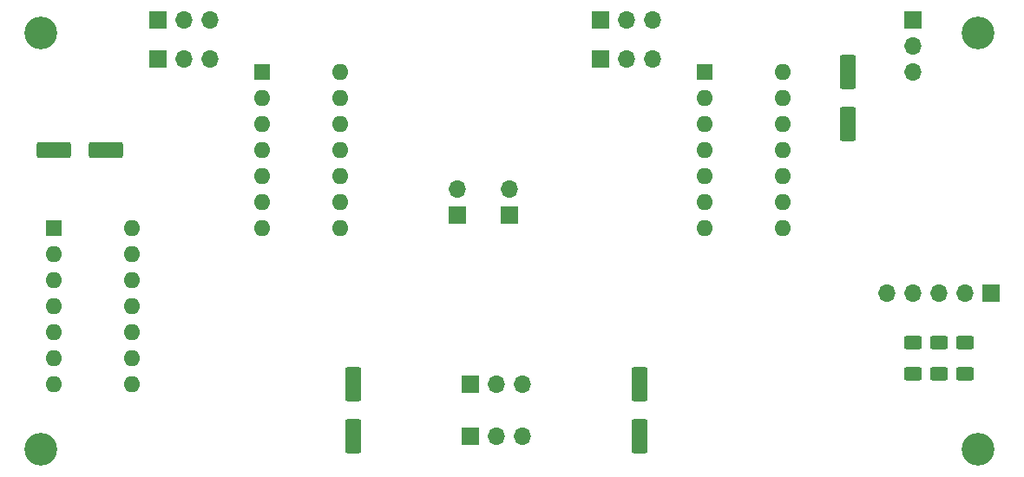
<source format=gbr>
%TF.GenerationSoftware,KiCad,Pcbnew,(6.0.10)*%
%TF.CreationDate,2023-04-08T13:29:21+03:00*%
%TF.ProjectId,DelSol_Modulator,44656c53-6f6c-45f4-9d6f-64756c61746f,rev?*%
%TF.SameCoordinates,Original*%
%TF.FileFunction,Soldermask,Top*%
%TF.FilePolarity,Negative*%
%FSLAX46Y46*%
G04 Gerber Fmt 4.6, Leading zero omitted, Abs format (unit mm)*
G04 Created by KiCad (PCBNEW (6.0.10)) date 2023-04-08 13:29:21*
%MOMM*%
%LPD*%
G01*
G04 APERTURE LIST*
G04 Aperture macros list*
%AMRoundRect*
0 Rectangle with rounded corners*
0 $1 Rounding radius*
0 $2 $3 $4 $5 $6 $7 $8 $9 X,Y pos of 4 corners*
0 Add a 4 corners polygon primitive as box body*
4,1,4,$2,$3,$4,$5,$6,$7,$8,$9,$2,$3,0*
0 Add four circle primitives for the rounded corners*
1,1,$1+$1,$2,$3*
1,1,$1+$1,$4,$5*
1,1,$1+$1,$6,$7*
1,1,$1+$1,$8,$9*
0 Add four rect primitives between the rounded corners*
20,1,$1+$1,$2,$3,$4,$5,0*
20,1,$1+$1,$4,$5,$6,$7,0*
20,1,$1+$1,$6,$7,$8,$9,0*
20,1,$1+$1,$8,$9,$2,$3,0*%
G04 Aperture macros list end*
%ADD10C,3.200000*%
%ADD11R,1.700000X1.700000*%
%ADD12O,1.700000X1.700000*%
%ADD13R,1.600000X1.600000*%
%ADD14O,1.600000X1.600000*%
%ADD15RoundRect,0.250000X0.625000X-0.400000X0.625000X0.400000X-0.625000X0.400000X-0.625000X-0.400000X0*%
%ADD16RoundRect,0.250000X0.550000X-1.412500X0.550000X1.412500X-0.550000X1.412500X-0.550000X-1.412500X0*%
%ADD17RoundRect,0.250000X-0.550000X1.412500X-0.550000X-1.412500X0.550000X-1.412500X0.550000X1.412500X0*%
%ADD18RoundRect,0.250000X-1.412500X-0.550000X1.412500X-0.550000X1.412500X0.550000X-1.412500X0.550000X0*%
G04 APERTURE END LIST*
D10*
X36830000Y-34290000D03*
D11*
X78755000Y-68580000D03*
D12*
X81295000Y-68580000D03*
X83835000Y-68580000D03*
D13*
X58420000Y-38100000D03*
D14*
X58420000Y-40640000D03*
X58420000Y-43180000D03*
X58420000Y-45720000D03*
X58420000Y-48260000D03*
X58420000Y-50800000D03*
X58420000Y-53340000D03*
X66040000Y-53340000D03*
X66040000Y-50800000D03*
X66040000Y-48260000D03*
X66040000Y-45720000D03*
X66040000Y-43180000D03*
X66040000Y-40640000D03*
X66040000Y-38100000D03*
D10*
X128270000Y-74930000D03*
D11*
X48260000Y-33020000D03*
D12*
X50800000Y-33020000D03*
X53340000Y-33020000D03*
D15*
X127000000Y-67590000D03*
X127000000Y-64490000D03*
D16*
X115570000Y-43177500D03*
X115570000Y-38102500D03*
D11*
X91455000Y-33020000D03*
D12*
X93995000Y-33020000D03*
X96535000Y-33020000D03*
D11*
X121920000Y-33035000D03*
D12*
X121920000Y-35575000D03*
X121920000Y-38115000D03*
D15*
X124460000Y-67590000D03*
X124460000Y-64490000D03*
D16*
X67310000Y-73657500D03*
X67310000Y-68582500D03*
D11*
X129535000Y-59690000D03*
D12*
X126995000Y-59690000D03*
X124455000Y-59690000D03*
X121915000Y-59690000D03*
X119375000Y-59690000D03*
D11*
X91440000Y-36830000D03*
D12*
X93980000Y-36830000D03*
X96520000Y-36830000D03*
D10*
X36830000Y-74930000D03*
D17*
X95250000Y-68582500D03*
X95250000Y-73657500D03*
D15*
X121920000Y-67590000D03*
X121920000Y-64490000D03*
D10*
X128270000Y-34290000D03*
D11*
X48275000Y-36830000D03*
D12*
X50815000Y-36830000D03*
X53355000Y-36830000D03*
D13*
X101610000Y-38095000D03*
D14*
X101610000Y-40635000D03*
X101610000Y-43175000D03*
X101610000Y-45715000D03*
X101610000Y-48255000D03*
X101610000Y-50795000D03*
X101610000Y-53335000D03*
X109230000Y-53335000D03*
X109230000Y-50795000D03*
X109230000Y-48255000D03*
X109230000Y-45715000D03*
X109230000Y-43175000D03*
X109230000Y-40635000D03*
X109230000Y-38095000D03*
D11*
X82550000Y-52070000D03*
D12*
X82550000Y-49530000D03*
D11*
X77470000Y-52070000D03*
D12*
X77470000Y-49530000D03*
D18*
X38102500Y-45720000D03*
X43177500Y-45720000D03*
D11*
X78740000Y-73660000D03*
D12*
X81280000Y-73660000D03*
X83820000Y-73660000D03*
D13*
X38110000Y-53335000D03*
D14*
X38110000Y-55875000D03*
X38110000Y-58415000D03*
X38110000Y-60955000D03*
X38110000Y-63495000D03*
X38110000Y-66035000D03*
X38110000Y-68575000D03*
X45730000Y-68575000D03*
X45730000Y-66035000D03*
X45730000Y-63495000D03*
X45730000Y-60955000D03*
X45730000Y-58415000D03*
X45730000Y-55875000D03*
X45730000Y-53335000D03*
M02*

</source>
